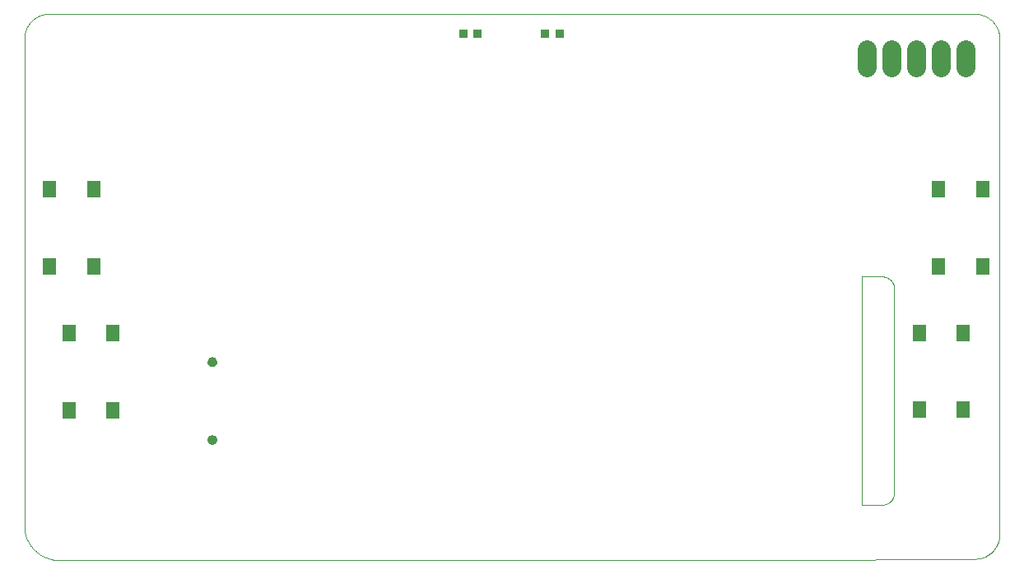
<source format=gbs>
G75*
%MOIN*%
%OFA0B0*%
%FSLAX25Y25*%
%IPPOS*%
%LPD*%
%AMOC8*
5,1,8,0,0,1.08239X$1,22.5*
%
%ADD10C,0.00100*%
%ADD11C,0.00000*%
%ADD12C,0.03900*%
%ADD13R,0.05518X0.06502*%
%ADD14R,0.03550X0.03550*%
%ADD15C,0.07800*%
D10*
X0091780Y0019562D02*
X0091780Y0219467D01*
X0091794Y0219705D01*
X0091814Y0219942D01*
X0091839Y0220179D01*
X0091871Y0220416D01*
X0091907Y0220651D01*
X0091950Y0220886D01*
X0091998Y0221119D01*
X0092052Y0221352D01*
X0092112Y0221582D01*
X0092177Y0221812D01*
X0092248Y0222040D01*
X0092324Y0222266D01*
X0092405Y0222490D01*
X0092492Y0222712D01*
X0092584Y0222932D01*
X0092682Y0223149D01*
X0092785Y0223364D01*
X0092893Y0223577D01*
X0093006Y0223787D01*
X0093124Y0223994D01*
X0093247Y0224198D01*
X0093375Y0224399D01*
X0093508Y0224597D01*
X0093645Y0224792D01*
X0093787Y0224984D01*
X0093934Y0225172D01*
X0094085Y0225356D01*
X0094241Y0225536D01*
X0094401Y0225713D01*
X0094565Y0225886D01*
X0094734Y0226055D01*
X0094906Y0226220D01*
X0095082Y0226380D01*
X0095263Y0226536D01*
X0095446Y0226688D01*
X0095634Y0226836D01*
X0095825Y0226978D01*
X0096019Y0227116D01*
X0096217Y0227250D01*
X0096418Y0227378D01*
X0096622Y0227502D01*
X0096828Y0227621D01*
X0097038Y0227734D01*
X0097250Y0227843D01*
X0097465Y0227946D01*
X0097683Y0228044D01*
X0097902Y0228137D01*
X0098124Y0228225D01*
X0098348Y0228307D01*
X0098573Y0228384D01*
X0098801Y0228455D01*
X0099030Y0228521D01*
X0099261Y0228581D01*
X0099493Y0228635D01*
X0099726Y0228684D01*
X0099961Y0228728D01*
X0100196Y0228765D01*
X0100433Y0228797D01*
X0100670Y0228824D01*
X0100907Y0228844D01*
X0101145Y0228859D01*
X0101383Y0228868D01*
X0101622Y0228871D01*
X0101860Y0228868D01*
X0102099Y0228860D01*
X0102098Y0228861D02*
X0476594Y0228861D01*
X0476836Y0228858D01*
X0477077Y0228849D01*
X0477318Y0228835D01*
X0477559Y0228814D01*
X0477799Y0228788D01*
X0478039Y0228756D01*
X0478278Y0228718D01*
X0478515Y0228675D01*
X0478752Y0228625D01*
X0478987Y0228570D01*
X0479221Y0228510D01*
X0479453Y0228443D01*
X0479684Y0228372D01*
X0479913Y0228294D01*
X0480140Y0228211D01*
X0480365Y0228123D01*
X0480588Y0228029D01*
X0480808Y0227930D01*
X0481026Y0227825D01*
X0481241Y0227716D01*
X0481454Y0227601D01*
X0481664Y0227481D01*
X0481870Y0227356D01*
X0482074Y0227226D01*
X0482275Y0227091D01*
X0482472Y0226951D01*
X0482666Y0226807D01*
X0482856Y0226658D01*
X0483042Y0226504D01*
X0483225Y0226346D01*
X0483404Y0226184D01*
X0483579Y0226017D01*
X0483750Y0225846D01*
X0483917Y0225671D01*
X0484079Y0225492D01*
X0484237Y0225309D01*
X0484391Y0225123D01*
X0484540Y0224933D01*
X0484684Y0224739D01*
X0484824Y0224542D01*
X0484959Y0224341D01*
X0485089Y0224137D01*
X0485214Y0223931D01*
X0485334Y0223721D01*
X0485449Y0223508D01*
X0485558Y0223293D01*
X0485663Y0223075D01*
X0485762Y0222855D01*
X0485856Y0222632D01*
X0485944Y0222407D01*
X0486027Y0222180D01*
X0486105Y0221951D01*
X0486176Y0221720D01*
X0486243Y0221488D01*
X0486303Y0221254D01*
X0486358Y0221019D01*
X0486408Y0220782D01*
X0486451Y0220545D01*
X0486489Y0220306D01*
X0486521Y0220066D01*
X0486547Y0219826D01*
X0486568Y0219585D01*
X0486582Y0219344D01*
X0486591Y0219103D01*
X0486594Y0218861D01*
X0486594Y0017955D01*
X0486591Y0017713D01*
X0486582Y0017472D01*
X0486568Y0017231D01*
X0486547Y0016990D01*
X0486521Y0016750D01*
X0486489Y0016510D01*
X0486451Y0016271D01*
X0486408Y0016034D01*
X0486358Y0015797D01*
X0486303Y0015562D01*
X0486243Y0015328D01*
X0486176Y0015096D01*
X0486105Y0014865D01*
X0486027Y0014636D01*
X0485944Y0014409D01*
X0485856Y0014184D01*
X0485762Y0013961D01*
X0485663Y0013741D01*
X0485558Y0013523D01*
X0485449Y0013308D01*
X0485334Y0013095D01*
X0485214Y0012885D01*
X0485089Y0012679D01*
X0484959Y0012475D01*
X0484824Y0012274D01*
X0484684Y0012077D01*
X0484540Y0011883D01*
X0484391Y0011693D01*
X0484237Y0011507D01*
X0484079Y0011324D01*
X0483917Y0011145D01*
X0483750Y0010970D01*
X0483579Y0010799D01*
X0483404Y0010632D01*
X0483225Y0010470D01*
X0483042Y0010312D01*
X0482856Y0010158D01*
X0482666Y0010009D01*
X0482472Y0009865D01*
X0482275Y0009725D01*
X0482074Y0009590D01*
X0481870Y0009460D01*
X0481664Y0009335D01*
X0481454Y0009215D01*
X0481241Y0009100D01*
X0481026Y0008991D01*
X0480808Y0008886D01*
X0480588Y0008787D01*
X0480365Y0008693D01*
X0480140Y0008605D01*
X0479913Y0008522D01*
X0479684Y0008444D01*
X0479453Y0008373D01*
X0479221Y0008306D01*
X0478987Y0008246D01*
X0478752Y0008191D01*
X0478515Y0008141D01*
X0478278Y0008098D01*
X0478039Y0008060D01*
X0477799Y0008028D01*
X0477559Y0008002D01*
X0477318Y0007981D01*
X0477077Y0007967D01*
X0476836Y0007958D01*
X0476594Y0007955D01*
X0395677Y0007562D01*
X0396496Y0007562D01*
X0395677Y0007562D02*
X0212150Y0007562D01*
X0107780Y0007562D01*
X0107441Y0007518D01*
X0107101Y0007482D01*
X0106761Y0007454D01*
X0106419Y0007434D01*
X0106078Y0007423D01*
X0105736Y0007420D01*
X0105394Y0007425D01*
X0105053Y0007439D01*
X0104712Y0007460D01*
X0104371Y0007490D01*
X0104032Y0007528D01*
X0103693Y0007575D01*
X0103356Y0007629D01*
X0103020Y0007692D01*
X0102686Y0007763D01*
X0102353Y0007841D01*
X0102023Y0007928D01*
X0101694Y0008023D01*
X0101368Y0008126D01*
X0101045Y0008236D01*
X0100724Y0008355D01*
X0100407Y0008481D01*
X0100092Y0008614D01*
X0099781Y0008756D01*
X0099473Y0008904D01*
X0099169Y0009060D01*
X0098869Y0009224D01*
X0098573Y0009394D01*
X0098281Y0009572D01*
X0097993Y0009757D01*
X0097710Y0009948D01*
X0097432Y0010147D01*
X0097159Y0010352D01*
X0096890Y0010563D01*
X0096627Y0010781D01*
X0096369Y0011006D01*
X0096117Y0011236D01*
X0095870Y0011473D01*
X0095629Y0011715D01*
X0095394Y0011963D01*
X0095166Y0012217D01*
X0094943Y0012476D01*
X0094726Y0012741D01*
X0094517Y0013010D01*
X0094313Y0013285D01*
X0094117Y0013565D01*
X0093927Y0013849D01*
X0093744Y0014137D01*
X0093568Y0014430D01*
X0093399Y0014728D01*
X0093238Y0015029D01*
X0093083Y0015334D01*
X0092937Y0015642D01*
X0092797Y0015954D01*
X0092666Y0016270D01*
X0092542Y0016588D01*
X0092425Y0016910D01*
X0092317Y0017234D01*
X0092216Y0017560D01*
X0092123Y0017889D01*
X0092039Y0018220D01*
X0091962Y0018553D01*
X0091893Y0018888D01*
X0091833Y0019224D01*
X0091780Y0019562D01*
X0431008Y0029924D02*
X0438966Y0029886D01*
X0431008Y0029924D02*
X0431008Y0122424D01*
X0439008Y0122424D01*
X0439148Y0122421D01*
X0439288Y0122414D01*
X0439428Y0122403D01*
X0439567Y0122388D01*
X0439706Y0122369D01*
X0439844Y0122347D01*
X0439982Y0122320D01*
X0440119Y0122290D01*
X0440255Y0122255D01*
X0440390Y0122218D01*
X0440524Y0122176D01*
X0440656Y0122130D01*
X0440787Y0122081D01*
X0440917Y0122028D01*
X0441046Y0121972D01*
X0441172Y0121912D01*
X0441297Y0121848D01*
X0441420Y0121781D01*
X0441542Y0121711D01*
X0441661Y0121637D01*
X0441778Y0121559D01*
X0441893Y0121479D01*
X0442005Y0121395D01*
X0442115Y0121309D01*
X0442223Y0121219D01*
X0442328Y0121126D01*
X0442430Y0121030D01*
X0442530Y0120932D01*
X0442627Y0120831D01*
X0442721Y0120727D01*
X0442812Y0120620D01*
X0442900Y0120511D01*
X0442985Y0120400D01*
X0443067Y0120286D01*
X0443146Y0120170D01*
X0443221Y0120051D01*
X0443293Y0119931D01*
X0443361Y0119809D01*
X0443427Y0119685D01*
X0443488Y0119559D01*
X0443546Y0119431D01*
X0443601Y0119302D01*
X0443651Y0119171D01*
X0443699Y0119039D01*
X0443742Y0118906D01*
X0443782Y0118771D01*
X0443817Y0118636D01*
X0443849Y0118499D01*
X0443878Y0118362D01*
X0443902Y0118224D01*
X0443922Y0118085D01*
X0443939Y0117946D01*
X0443951Y0117806D01*
X0443960Y0117667D01*
X0443965Y0117526D01*
X0443966Y0117386D01*
X0443966Y0034886D01*
X0443964Y0034746D01*
X0443958Y0034606D01*
X0443948Y0034466D01*
X0443935Y0034326D01*
X0443917Y0034187D01*
X0443895Y0034048D01*
X0443870Y0033911D01*
X0443841Y0033773D01*
X0443808Y0033637D01*
X0443771Y0033502D01*
X0443730Y0033368D01*
X0443685Y0033235D01*
X0443637Y0033103D01*
X0443585Y0032973D01*
X0443530Y0032844D01*
X0443471Y0032717D01*
X0443408Y0032591D01*
X0443342Y0032467D01*
X0443273Y0032346D01*
X0443200Y0032226D01*
X0443123Y0032108D01*
X0443044Y0031993D01*
X0442961Y0031879D01*
X0442875Y0031769D01*
X0442786Y0031660D01*
X0442694Y0031554D01*
X0442599Y0031451D01*
X0442502Y0031350D01*
X0442401Y0031253D01*
X0442298Y0031158D01*
X0442192Y0031066D01*
X0442083Y0030977D01*
X0441973Y0030891D01*
X0441859Y0030808D01*
X0441744Y0030729D01*
X0441626Y0030652D01*
X0441506Y0030579D01*
X0441385Y0030510D01*
X0441261Y0030444D01*
X0441135Y0030381D01*
X0441008Y0030322D01*
X0440879Y0030267D01*
X0440749Y0030215D01*
X0440617Y0030167D01*
X0440484Y0030122D01*
X0440350Y0030081D01*
X0440215Y0030044D01*
X0440079Y0030011D01*
X0439941Y0029982D01*
X0439804Y0029957D01*
X0439665Y0029935D01*
X0439526Y0029917D01*
X0439386Y0029904D01*
X0439246Y0029894D01*
X0439106Y0029888D01*
X0438966Y0029886D01*
D11*
X0165944Y0056264D02*
X0165946Y0056347D01*
X0165952Y0056430D01*
X0165962Y0056513D01*
X0165976Y0056595D01*
X0165993Y0056677D01*
X0166015Y0056757D01*
X0166040Y0056836D01*
X0166069Y0056914D01*
X0166102Y0056991D01*
X0166139Y0057066D01*
X0166178Y0057139D01*
X0166222Y0057210D01*
X0166268Y0057279D01*
X0166318Y0057346D01*
X0166371Y0057410D01*
X0166427Y0057472D01*
X0166486Y0057531D01*
X0166548Y0057587D01*
X0166612Y0057640D01*
X0166679Y0057690D01*
X0166748Y0057736D01*
X0166819Y0057780D01*
X0166892Y0057819D01*
X0166967Y0057856D01*
X0167044Y0057889D01*
X0167122Y0057918D01*
X0167201Y0057943D01*
X0167281Y0057965D01*
X0167363Y0057982D01*
X0167445Y0057996D01*
X0167528Y0058006D01*
X0167611Y0058012D01*
X0167694Y0058014D01*
X0167777Y0058012D01*
X0167860Y0058006D01*
X0167943Y0057996D01*
X0168025Y0057982D01*
X0168107Y0057965D01*
X0168187Y0057943D01*
X0168266Y0057918D01*
X0168344Y0057889D01*
X0168421Y0057856D01*
X0168496Y0057819D01*
X0168569Y0057780D01*
X0168640Y0057736D01*
X0168709Y0057690D01*
X0168776Y0057640D01*
X0168840Y0057587D01*
X0168902Y0057531D01*
X0168961Y0057472D01*
X0169017Y0057410D01*
X0169070Y0057346D01*
X0169120Y0057279D01*
X0169166Y0057210D01*
X0169210Y0057139D01*
X0169249Y0057066D01*
X0169286Y0056991D01*
X0169319Y0056914D01*
X0169348Y0056836D01*
X0169373Y0056757D01*
X0169395Y0056677D01*
X0169412Y0056595D01*
X0169426Y0056513D01*
X0169436Y0056430D01*
X0169442Y0056347D01*
X0169444Y0056264D01*
X0169442Y0056181D01*
X0169436Y0056098D01*
X0169426Y0056015D01*
X0169412Y0055933D01*
X0169395Y0055851D01*
X0169373Y0055771D01*
X0169348Y0055692D01*
X0169319Y0055614D01*
X0169286Y0055537D01*
X0169249Y0055462D01*
X0169210Y0055389D01*
X0169166Y0055318D01*
X0169120Y0055249D01*
X0169070Y0055182D01*
X0169017Y0055118D01*
X0168961Y0055056D01*
X0168902Y0054997D01*
X0168840Y0054941D01*
X0168776Y0054888D01*
X0168709Y0054838D01*
X0168640Y0054792D01*
X0168569Y0054748D01*
X0168496Y0054709D01*
X0168421Y0054672D01*
X0168344Y0054639D01*
X0168266Y0054610D01*
X0168187Y0054585D01*
X0168107Y0054563D01*
X0168025Y0054546D01*
X0167943Y0054532D01*
X0167860Y0054522D01*
X0167777Y0054516D01*
X0167694Y0054514D01*
X0167611Y0054516D01*
X0167528Y0054522D01*
X0167445Y0054532D01*
X0167363Y0054546D01*
X0167281Y0054563D01*
X0167201Y0054585D01*
X0167122Y0054610D01*
X0167044Y0054639D01*
X0166967Y0054672D01*
X0166892Y0054709D01*
X0166819Y0054748D01*
X0166748Y0054792D01*
X0166679Y0054838D01*
X0166612Y0054888D01*
X0166548Y0054941D01*
X0166486Y0054997D01*
X0166427Y0055056D01*
X0166371Y0055118D01*
X0166318Y0055182D01*
X0166268Y0055249D01*
X0166222Y0055318D01*
X0166178Y0055389D01*
X0166139Y0055462D01*
X0166102Y0055537D01*
X0166069Y0055614D01*
X0166040Y0055692D01*
X0166015Y0055771D01*
X0165993Y0055851D01*
X0165976Y0055933D01*
X0165962Y0056015D01*
X0165952Y0056098D01*
X0165946Y0056181D01*
X0165944Y0056264D01*
X0165944Y0087760D02*
X0165946Y0087843D01*
X0165952Y0087926D01*
X0165962Y0088009D01*
X0165976Y0088091D01*
X0165993Y0088173D01*
X0166015Y0088253D01*
X0166040Y0088332D01*
X0166069Y0088410D01*
X0166102Y0088487D01*
X0166139Y0088562D01*
X0166178Y0088635D01*
X0166222Y0088706D01*
X0166268Y0088775D01*
X0166318Y0088842D01*
X0166371Y0088906D01*
X0166427Y0088968D01*
X0166486Y0089027D01*
X0166548Y0089083D01*
X0166612Y0089136D01*
X0166679Y0089186D01*
X0166748Y0089232D01*
X0166819Y0089276D01*
X0166892Y0089315D01*
X0166967Y0089352D01*
X0167044Y0089385D01*
X0167122Y0089414D01*
X0167201Y0089439D01*
X0167281Y0089461D01*
X0167363Y0089478D01*
X0167445Y0089492D01*
X0167528Y0089502D01*
X0167611Y0089508D01*
X0167694Y0089510D01*
X0167777Y0089508D01*
X0167860Y0089502D01*
X0167943Y0089492D01*
X0168025Y0089478D01*
X0168107Y0089461D01*
X0168187Y0089439D01*
X0168266Y0089414D01*
X0168344Y0089385D01*
X0168421Y0089352D01*
X0168496Y0089315D01*
X0168569Y0089276D01*
X0168640Y0089232D01*
X0168709Y0089186D01*
X0168776Y0089136D01*
X0168840Y0089083D01*
X0168902Y0089027D01*
X0168961Y0088968D01*
X0169017Y0088906D01*
X0169070Y0088842D01*
X0169120Y0088775D01*
X0169166Y0088706D01*
X0169210Y0088635D01*
X0169249Y0088562D01*
X0169286Y0088487D01*
X0169319Y0088410D01*
X0169348Y0088332D01*
X0169373Y0088253D01*
X0169395Y0088173D01*
X0169412Y0088091D01*
X0169426Y0088009D01*
X0169436Y0087926D01*
X0169442Y0087843D01*
X0169444Y0087760D01*
X0169442Y0087677D01*
X0169436Y0087594D01*
X0169426Y0087511D01*
X0169412Y0087429D01*
X0169395Y0087347D01*
X0169373Y0087267D01*
X0169348Y0087188D01*
X0169319Y0087110D01*
X0169286Y0087033D01*
X0169249Y0086958D01*
X0169210Y0086885D01*
X0169166Y0086814D01*
X0169120Y0086745D01*
X0169070Y0086678D01*
X0169017Y0086614D01*
X0168961Y0086552D01*
X0168902Y0086493D01*
X0168840Y0086437D01*
X0168776Y0086384D01*
X0168709Y0086334D01*
X0168640Y0086288D01*
X0168569Y0086244D01*
X0168496Y0086205D01*
X0168421Y0086168D01*
X0168344Y0086135D01*
X0168266Y0086106D01*
X0168187Y0086081D01*
X0168107Y0086059D01*
X0168025Y0086042D01*
X0167943Y0086028D01*
X0167860Y0086018D01*
X0167777Y0086012D01*
X0167694Y0086010D01*
X0167611Y0086012D01*
X0167528Y0086018D01*
X0167445Y0086028D01*
X0167363Y0086042D01*
X0167281Y0086059D01*
X0167201Y0086081D01*
X0167122Y0086106D01*
X0167044Y0086135D01*
X0166967Y0086168D01*
X0166892Y0086205D01*
X0166819Y0086244D01*
X0166748Y0086288D01*
X0166679Y0086334D01*
X0166612Y0086384D01*
X0166548Y0086437D01*
X0166486Y0086493D01*
X0166427Y0086552D01*
X0166371Y0086614D01*
X0166318Y0086678D01*
X0166268Y0086745D01*
X0166222Y0086814D01*
X0166178Y0086885D01*
X0166139Y0086958D01*
X0166102Y0087033D01*
X0166069Y0087110D01*
X0166040Y0087188D01*
X0166015Y0087267D01*
X0165993Y0087347D01*
X0165976Y0087429D01*
X0165962Y0087511D01*
X0165952Y0087594D01*
X0165946Y0087677D01*
X0165944Y0087760D01*
D12*
X0167694Y0087760D03*
X0167694Y0056264D03*
D13*
X0127606Y0068325D03*
X0109890Y0068325D03*
X0109890Y0099625D03*
X0127606Y0099625D03*
X0119734Y0126543D03*
X0102017Y0126543D03*
X0102017Y0157842D03*
X0119734Y0157842D03*
X0454150Y0099636D03*
X0471866Y0099636D03*
X0479717Y0126526D03*
X0462000Y0126526D03*
X0462000Y0157825D03*
X0479717Y0157825D03*
X0471866Y0068337D03*
X0454150Y0068337D03*
D14*
X0308445Y0220908D03*
X0302539Y0220908D03*
X0275276Y0220924D03*
X0269370Y0220924D03*
D15*
X0432740Y0214651D02*
X0432740Y0207251D01*
X0442740Y0207251D02*
X0442740Y0214651D01*
X0452740Y0214651D02*
X0452740Y0207251D01*
X0462740Y0207251D02*
X0462740Y0214651D01*
X0472740Y0214651D02*
X0472740Y0207251D01*
M02*

</source>
